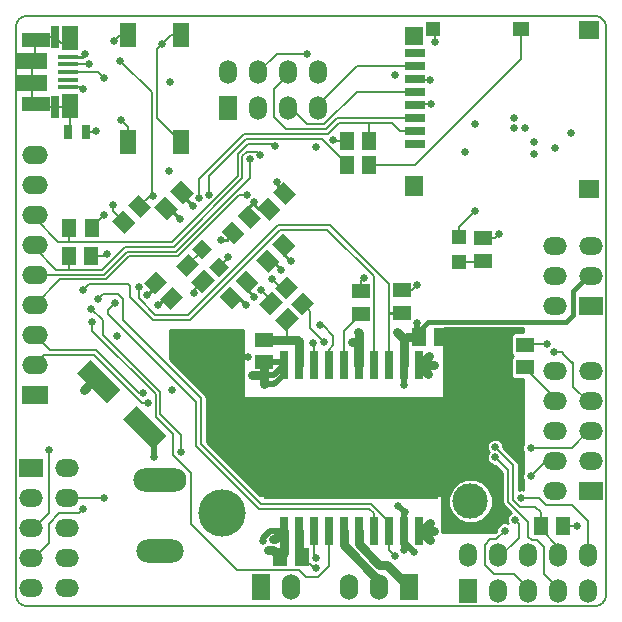
<source format=gtl>
%FSLAX34Y34*%
G04 Gerber Fmt 3.4, Leading zero omitted, Abs format*
G04 (created by PCBNEW (2013-11-08 BZR 4448)-product) date 2013-12-07T17:29:24 CET*
%MOIN*%
G01*
G70*
G90*
G04 APERTURE LIST*
%ADD10C,0.005906*%
%ADD11C,0.118110*%
%ADD12R,0.068900X0.015700*%
%ADD13R,0.098400X0.056100*%
%ADD14R,0.055100X0.078700*%
%ADD15R,0.096500X0.051200*%
%ADD16R,0.027600X0.071900*%
%ADD17R,0.055100X0.082700*%
%ADD18R,0.066100X0.031500*%
%ADD19R,0.059100X0.063000*%
%ADD20R,0.059100X0.066900*%
%ADD21R,0.066900X0.059100*%
%ADD22R,0.051200X0.050800*%
%ADD23R,0.055100X0.050800*%
%ADD24R,0.025000X0.045000*%
%ADD25R,0.047200X0.047200*%
%ADD26R,0.060000X0.086600*%
%ADD27O,0.060000X0.086600*%
%ADD28R,0.078700X0.060000*%
%ADD29O,0.078700X0.060000*%
%ADD30R,0.060000X0.078700*%
%ADD31O,0.060000X0.078700*%
%ADD32R,0.086600X0.060000*%
%ADD33O,0.086600X0.060000*%
%ADD34R,0.051200X0.059000*%
%ADD35R,0.059000X0.051200*%
%ADD36R,0.027559X0.094488*%
%ADD37R,0.696850X0.196850*%
%ADD38R,0.582677X0.338583*%
%ADD39C,0.157480*%
%ADD40O,0.157500X0.078700*%
%ADD41O,0.177200X0.078700*%
%ADD42C,0.025000*%
%ADD43C,0.020000*%
%ADD44C,0.015000*%
%ADD45C,0.030000*%
%ADD46C,0.008000*%
%ADD47C,0.010000*%
G04 APERTURE END LIST*
G54D10*
X42913Y-43307D02*
G75*
G03X43307Y-42913I0J393D01*
G74*
G01*
X23622Y-42913D02*
G75*
G03X24015Y-43307I393J0D01*
G74*
G01*
X24015Y-23622D02*
G75*
G03X23622Y-24015I0J-393D01*
G74*
G01*
X43307Y-24015D02*
G75*
G03X42913Y-23622I-393J0D01*
G74*
G01*
X23622Y-42913D02*
X23622Y-24015D01*
X42913Y-43307D02*
X24015Y-43307D01*
X43307Y-24015D02*
X43307Y-42913D01*
X24015Y-23622D02*
X42913Y-23622D01*
G54D11*
X38779Y-39803D03*
G54D12*
X25362Y-24988D03*
X25362Y-25244D03*
X25362Y-25500D03*
X25362Y-25756D03*
X25362Y-26012D03*
G54D13*
X24152Y-25121D03*
X24152Y-25879D03*
G54D14*
X25443Y-24358D03*
X25443Y-26642D03*
G54D15*
X24309Y-24427D03*
G54D16*
X24919Y-24324D03*
X24919Y-26676D03*
G54D15*
X24309Y-26573D03*
G54D17*
X29136Y-24259D03*
X29136Y-27841D03*
X27364Y-24259D03*
X27364Y-27841D03*
G54D18*
X36931Y-27892D03*
X36931Y-27459D03*
X36931Y-27026D03*
X36931Y-26593D03*
X36931Y-26159D03*
X36931Y-25726D03*
X36931Y-25293D03*
X36931Y-24860D03*
G54D19*
X36896Y-24305D03*
G54D20*
X36896Y-29289D03*
G54D21*
X42742Y-24093D03*
X42742Y-29407D03*
G54D22*
X37545Y-24051D03*
G54D23*
X40459Y-24051D03*
G54D24*
X25350Y-27500D03*
X25950Y-27500D03*
G54D25*
X38385Y-31830D03*
X38385Y-31004D03*
G54D10*
G36*
X29492Y-31400D02*
X29826Y-31067D01*
X30159Y-31400D01*
X29826Y-31734D01*
X29492Y-31400D01*
X29492Y-31400D01*
G37*
G36*
X30076Y-31984D02*
X30410Y-31651D01*
X30743Y-31984D01*
X30410Y-32318D01*
X30076Y-31984D01*
X30076Y-31984D01*
G37*
G54D26*
X36748Y-42677D03*
G54D27*
X35748Y-42677D03*
X34748Y-42677D03*
G54D28*
X24126Y-38708D03*
G54D29*
X25322Y-38708D03*
X24126Y-39708D03*
X25322Y-39708D03*
X24126Y-40708D03*
X25322Y-40708D03*
X24126Y-41708D03*
X25322Y-41708D03*
X24126Y-42708D03*
X25322Y-42708D03*
G54D30*
X38708Y-42802D03*
G54D31*
X38708Y-41606D03*
X39708Y-42802D03*
X39708Y-41606D03*
X40708Y-42802D03*
X40708Y-41606D03*
X41708Y-42802D03*
X41708Y-41606D03*
X42708Y-42802D03*
X42708Y-41606D03*
G54D28*
X42802Y-39480D03*
G54D29*
X41606Y-39480D03*
X42802Y-38480D03*
X41606Y-38480D03*
X42802Y-37480D03*
X41606Y-37480D03*
X42802Y-36480D03*
X41606Y-36480D03*
X42802Y-35480D03*
X41606Y-35480D03*
G54D26*
X31783Y-42677D03*
G54D27*
X32783Y-42677D03*
G54D30*
X30700Y-26698D03*
G54D31*
X30700Y-25502D03*
X31700Y-26698D03*
X31700Y-25502D03*
X32700Y-26698D03*
X32700Y-25502D03*
X33700Y-26698D03*
X33700Y-25502D03*
G54D32*
X24250Y-36250D03*
G54D33*
X24250Y-35250D03*
X24250Y-34250D03*
X24250Y-33250D03*
X24250Y-32250D03*
X24250Y-31250D03*
X24250Y-30250D03*
X24250Y-29250D03*
X24250Y-28250D03*
G54D28*
X42802Y-33283D03*
G54D29*
X41606Y-33283D03*
X42802Y-32283D03*
X41606Y-32283D03*
X42802Y-31283D03*
X41606Y-31283D03*
G54D10*
G36*
X31434Y-30715D02*
X31017Y-30297D01*
X31379Y-29935D01*
X31796Y-30352D01*
X31434Y-30715D01*
X31434Y-30715D01*
G37*
G36*
X30904Y-31245D02*
X30486Y-30828D01*
X30848Y-30466D01*
X31266Y-30883D01*
X30904Y-31245D01*
X30904Y-31245D01*
G37*
G36*
X32576Y-31659D02*
X32159Y-31242D01*
X32521Y-30880D01*
X32938Y-31297D01*
X32576Y-31659D01*
X32576Y-31659D01*
G37*
G36*
X32045Y-32190D02*
X31628Y-31773D01*
X31990Y-31410D01*
X32407Y-31828D01*
X32045Y-32190D01*
X32045Y-32190D01*
G37*
G36*
X31355Y-32880D02*
X30938Y-32463D01*
X31300Y-32101D01*
X31717Y-32518D01*
X31355Y-32880D01*
X31355Y-32880D01*
G37*
G36*
X30825Y-33410D02*
X30408Y-32993D01*
X30770Y-32631D01*
X31187Y-33048D01*
X30825Y-33410D01*
X30825Y-33410D01*
G37*
G36*
X28418Y-33068D02*
X28836Y-32651D01*
X29198Y-33013D01*
X28780Y-33430D01*
X28418Y-33068D01*
X28418Y-33068D01*
G37*
G36*
X27888Y-32538D02*
X28305Y-32120D01*
X28667Y-32482D01*
X28250Y-32900D01*
X27888Y-32538D01*
X27888Y-32538D01*
G37*
G36*
X29190Y-29888D02*
X28773Y-29471D01*
X29135Y-29108D01*
X29552Y-29526D01*
X29190Y-29888D01*
X29190Y-29888D01*
G37*
G36*
X28660Y-30418D02*
X28242Y-30001D01*
X28604Y-29639D01*
X29022Y-30056D01*
X28660Y-30418D01*
X28660Y-30418D01*
G37*
G36*
X32030Y-29678D02*
X32447Y-30095D01*
X32085Y-30457D01*
X31668Y-30040D01*
X32030Y-29678D01*
X32030Y-29678D01*
G37*
G36*
X32560Y-29148D02*
X32977Y-29565D01*
X32615Y-29927D01*
X32198Y-29510D01*
X32560Y-29148D01*
X32560Y-29148D01*
G37*
G36*
X27187Y-30111D02*
X27604Y-30528D01*
X27242Y-30891D01*
X26825Y-30473D01*
X27187Y-30111D01*
X27187Y-30111D01*
G37*
G36*
X27717Y-29581D02*
X28135Y-29998D01*
X27773Y-30360D01*
X27355Y-29943D01*
X27717Y-29581D01*
X27717Y-29581D01*
G37*
G54D34*
X37065Y-34330D03*
X37815Y-34330D03*
G54D35*
X35118Y-33563D03*
X35118Y-32813D03*
G54D34*
X34664Y-28582D03*
X35414Y-28582D03*
X25412Y-30708D03*
X26162Y-30708D03*
X26142Y-31633D03*
X25392Y-31633D03*
X34664Y-27795D03*
X35414Y-27795D03*
G54D35*
X39212Y-31042D03*
X39212Y-31792D03*
G54D10*
G36*
X29481Y-32497D02*
X29899Y-32080D01*
X30261Y-32442D01*
X29843Y-32859D01*
X29481Y-32497D01*
X29481Y-32497D01*
G37*
G36*
X28951Y-31967D02*
X29368Y-31549D01*
X29730Y-31911D01*
X29313Y-32329D01*
X28951Y-31967D01*
X28951Y-31967D01*
G37*
G54D34*
X33170Y-41653D03*
X32420Y-41653D03*
G54D35*
X31889Y-34428D03*
X31889Y-35178D03*
G54D34*
X41121Y-40629D03*
X41871Y-40629D03*
G54D35*
X40590Y-35335D03*
X40590Y-34585D03*
X36496Y-32774D03*
X36496Y-33524D03*
G54D36*
X32553Y-40787D03*
X33053Y-40787D03*
X33553Y-40787D03*
X34053Y-40787D03*
X34553Y-40787D03*
X35053Y-40787D03*
X35553Y-40787D03*
X36053Y-40787D03*
X36553Y-40787D03*
X37053Y-40787D03*
X37053Y-35275D03*
X36553Y-35275D03*
X36053Y-35275D03*
X35553Y-35275D03*
X35053Y-35275D03*
X34553Y-35275D03*
X34053Y-35275D03*
X33553Y-35275D03*
X33053Y-35275D03*
X32553Y-35275D03*
G54D37*
X34803Y-38031D03*
G54D38*
X34803Y-38031D03*
G54D10*
G36*
X27207Y-37062D02*
X27652Y-36616D01*
X28654Y-37618D01*
X28209Y-38064D01*
X27207Y-37062D01*
X27207Y-37062D01*
G37*
G36*
X25675Y-35530D02*
X26121Y-35085D01*
X27123Y-36087D01*
X26677Y-36532D01*
X25675Y-35530D01*
X25675Y-35530D01*
G37*
G54D39*
X30512Y-40196D03*
G54D40*
X28425Y-41476D03*
G54D41*
X28425Y-39113D03*
G54D10*
G36*
X32788Y-33245D02*
X33206Y-32828D01*
X33568Y-33190D01*
X33150Y-33607D01*
X32788Y-33245D01*
X32788Y-33245D01*
G37*
G36*
X32258Y-32715D02*
X32675Y-32297D01*
X33037Y-32660D01*
X32620Y-33077D01*
X32258Y-32715D01*
X32258Y-32715D01*
G37*
G36*
X32277Y-33757D02*
X32694Y-33340D01*
X33056Y-33702D01*
X32639Y-34119D01*
X32277Y-33757D01*
X32277Y-33757D01*
G37*
G36*
X31746Y-33226D02*
X32163Y-32809D01*
X32526Y-33171D01*
X32108Y-33589D01*
X31746Y-33226D01*
X31746Y-33226D01*
G37*
G54D42*
X36574Y-35925D03*
X37007Y-33858D03*
X36377Y-39960D03*
X36889Y-41496D03*
X36614Y-40157D03*
X28228Y-38346D03*
X36574Y-41417D03*
X36338Y-34173D03*
X39724Y-30905D03*
X34212Y-27755D03*
X26574Y-30275D03*
X26653Y-31574D03*
X42322Y-40629D03*
X41338Y-34566D03*
X28838Y-36102D03*
X28779Y-25826D03*
X36259Y-25590D03*
X37480Y-26574D03*
X40236Y-27362D03*
X40590Y-27362D03*
X40236Y-27047D03*
X32795Y-31811D03*
X31574Y-32992D03*
X29527Y-29960D03*
X28366Y-33267D03*
X31574Y-29842D03*
X39606Y-37992D03*
X26574Y-39685D03*
X40275Y-40433D03*
X40787Y-38976D03*
X40472Y-39685D03*
X26377Y-33070D03*
X36259Y-41633D03*
X26141Y-33385D03*
X29133Y-38149D03*
X33641Y-41692D03*
X27716Y-32677D03*
X26929Y-33208D03*
X26181Y-33838D03*
X25866Y-32755D03*
X34823Y-34488D03*
X35039Y-34488D03*
X35039Y-34173D03*
X32165Y-32401D03*
X33622Y-42047D03*
X33897Y-34488D03*
X31811Y-32755D03*
X24724Y-38110D03*
X39921Y-40787D03*
X40787Y-38031D03*
X33346Y-24881D03*
X28208Y-29625D03*
X27106Y-25118D03*
X30059Y-29586D03*
X29724Y-29685D03*
X32263Y-27972D03*
X31318Y-29606D03*
X31437Y-28405D03*
X31751Y-28248D03*
X28031Y-36535D03*
X27874Y-36181D03*
X25944Y-24881D03*
X26062Y-25236D03*
X26574Y-25708D03*
X29566Y-32874D03*
X33543Y-34527D03*
X33779Y-33937D03*
X25866Y-40078D03*
X39606Y-38346D03*
X41574Y-34842D03*
X38937Y-30118D03*
X31850Y-41122D03*
X31889Y-35590D03*
X31889Y-35905D03*
X32204Y-41062D03*
X26889Y-24468D03*
X28740Y-28799D03*
X31377Y-35000D03*
X31496Y-35590D03*
X31102Y-36023D03*
X31102Y-36417D03*
X31102Y-36811D03*
X31102Y-37598D03*
X31102Y-37204D03*
X30708Y-37598D03*
X30708Y-36811D03*
X30708Y-36417D03*
X30708Y-37204D03*
X30708Y-37992D03*
X33622Y-27992D03*
X25885Y-36102D03*
X27007Y-34291D03*
X30708Y-31653D03*
X30452Y-31082D03*
X25866Y-26062D03*
X26299Y-27480D03*
X27125Y-27086D03*
X31102Y-38779D03*
X30708Y-38385D03*
X31102Y-38385D03*
X32027Y-41417D03*
X37440Y-41082D03*
X39074Y-38877D03*
X38681Y-38779D03*
X38681Y-36023D03*
X37559Y-35275D03*
X38228Y-34330D03*
X35236Y-32362D03*
X37007Y-32598D03*
X37598Y-24488D03*
X37440Y-25748D03*
X38937Y-27244D03*
X40905Y-27834D03*
X38582Y-28149D03*
X40905Y-28228D03*
X41614Y-28031D03*
X42125Y-27519D03*
X38287Y-36023D03*
X38681Y-36417D03*
X38287Y-36417D03*
X38681Y-36811D03*
X38287Y-36811D03*
X38681Y-38385D03*
X38287Y-38779D03*
X38681Y-37992D03*
X38681Y-37204D03*
X38681Y-37598D03*
X30413Y-37401D03*
X30413Y-37795D03*
X30413Y-37007D03*
X31122Y-38011D03*
X37421Y-40531D03*
X37559Y-40787D03*
X37362Y-35551D03*
X37401Y-34960D03*
X26850Y-29921D03*
X32480Y-32086D03*
X31299Y-33267D03*
X29094Y-30393D03*
X28011Y-32933D03*
X32322Y-29173D03*
X28484Y-24566D03*
G54D43*
X36553Y-35275D02*
X36553Y-35903D01*
X36553Y-35903D02*
X36574Y-35925D01*
X37065Y-34330D02*
X37007Y-34272D01*
X37007Y-34272D02*
X37007Y-33858D01*
X36553Y-40787D02*
X36553Y-40135D01*
X36553Y-40135D02*
X36377Y-39960D01*
X36553Y-40787D02*
X36553Y-41159D01*
X36553Y-41159D02*
X36889Y-41496D01*
X36553Y-40787D02*
X36553Y-40218D01*
X36553Y-40218D02*
X36614Y-40157D01*
X28228Y-37637D02*
X28228Y-38346D01*
X27931Y-37340D02*
X28228Y-37637D01*
X36553Y-41395D02*
X36553Y-40787D01*
X36574Y-41417D02*
X36553Y-41395D01*
G54D44*
X37065Y-34330D02*
X37065Y-34115D01*
X42204Y-32783D02*
X42704Y-32283D01*
X42204Y-33582D02*
X42204Y-32783D01*
X41968Y-33818D02*
X42204Y-33582D01*
X37362Y-33818D02*
X41968Y-33818D01*
X37065Y-34115D02*
X37362Y-33818D01*
G54D45*
X36553Y-34431D02*
X36553Y-34387D01*
X36553Y-34387D02*
X36338Y-34173D01*
X36553Y-35275D02*
X36553Y-34431D01*
X36653Y-34330D02*
X37065Y-34330D01*
X36553Y-34431D02*
X36653Y-34330D01*
G54D46*
X39587Y-31042D02*
X39724Y-30905D01*
X39212Y-31042D02*
X39587Y-31042D01*
X34251Y-27795D02*
X34212Y-27755D01*
X34251Y-27795D02*
X34664Y-27795D01*
X26162Y-30708D02*
X26162Y-30687D01*
X26162Y-30687D02*
X26574Y-30275D01*
X26142Y-31633D02*
X26594Y-31633D01*
X26594Y-31633D02*
X26653Y-31574D01*
X41871Y-40629D02*
X42322Y-40629D01*
X40609Y-34566D02*
X41338Y-34566D01*
X40609Y-34566D02*
X40590Y-34585D01*
X36949Y-26574D02*
X36931Y-26593D01*
X37480Y-26574D02*
X36949Y-26574D01*
G54D47*
X32795Y-31811D02*
X32548Y-31564D01*
X32548Y-31564D02*
X32548Y-31270D01*
X31574Y-32992D02*
X31328Y-32745D01*
X31328Y-32745D02*
X31328Y-32490D01*
X31574Y-29842D02*
X31406Y-30010D01*
X31406Y-30010D02*
X31406Y-30325D01*
X29527Y-29960D02*
X29162Y-29595D01*
X29162Y-29595D02*
X29162Y-29498D01*
X28366Y-33267D02*
X28593Y-33040D01*
X28593Y-33040D02*
X28808Y-33040D01*
X31574Y-29921D02*
X31721Y-30068D01*
X31721Y-30068D02*
X32057Y-30068D01*
X31574Y-29921D02*
X31574Y-29921D01*
X31574Y-29842D02*
X31574Y-29921D01*
G54D46*
X40944Y-40000D02*
X41121Y-40176D01*
X41121Y-40176D02*
X41121Y-40629D01*
X39606Y-37992D02*
X40196Y-38582D01*
X40196Y-38582D02*
X40196Y-39763D01*
X40196Y-39763D02*
X40433Y-40000D01*
X40433Y-40000D02*
X40944Y-40000D01*
X41121Y-40629D02*
X41121Y-40727D01*
X41708Y-41314D02*
X41708Y-41704D01*
X41121Y-40727D02*
X41708Y-41314D01*
X40590Y-35335D02*
X40590Y-35366D01*
X40590Y-35366D02*
X41704Y-36480D01*
X26551Y-39708D02*
X25224Y-39708D01*
X26574Y-39685D02*
X26551Y-39708D01*
X40275Y-40433D02*
X40393Y-40551D01*
X40393Y-41019D02*
X39708Y-41704D01*
X40393Y-40551D02*
X40393Y-41019D01*
X41283Y-38480D02*
X41704Y-38480D01*
X40787Y-38976D02*
X41283Y-38480D01*
X41299Y-39921D02*
X41062Y-39685D01*
X41062Y-39685D02*
X40472Y-39685D01*
X42708Y-41704D02*
X42708Y-40464D01*
X42165Y-39921D02*
X41299Y-39921D01*
X42708Y-40464D02*
X42165Y-39921D01*
X29803Y-37913D02*
X31791Y-39901D01*
X29803Y-36377D02*
X29803Y-37913D01*
X27204Y-33779D02*
X29803Y-36377D01*
X27204Y-33070D02*
X27204Y-33779D01*
X27047Y-32913D02*
X27204Y-33070D01*
X26535Y-32913D02*
X27047Y-32913D01*
X26377Y-33070D02*
X26535Y-32913D01*
X36053Y-40787D02*
X36053Y-40482D01*
X36053Y-40482D02*
X35472Y-39901D01*
X35472Y-39901D02*
X31791Y-39901D01*
X36053Y-41427D02*
X36053Y-40787D01*
X36259Y-41633D02*
X36053Y-41427D01*
X26141Y-33385D02*
X26535Y-33779D01*
X26535Y-33779D02*
X26535Y-34251D01*
X26535Y-34251D02*
X26535Y-34261D01*
X26535Y-34261D02*
X28447Y-36173D01*
X28447Y-36173D02*
X28447Y-36911D01*
X28447Y-36911D02*
X29133Y-37598D01*
X29133Y-37598D02*
X29133Y-38149D01*
X33553Y-40787D02*
X33553Y-41604D01*
X33553Y-41604D02*
X33641Y-41692D01*
X29380Y-33582D02*
X32374Y-30588D01*
X36053Y-32559D02*
X36053Y-33524D01*
X34082Y-30588D02*
X36053Y-32559D01*
X32374Y-30588D02*
X34082Y-30588D01*
X29380Y-33582D02*
X28267Y-33582D01*
G54D47*
X36496Y-33524D02*
X36053Y-33524D01*
X36062Y-33543D02*
X36053Y-33543D01*
X36053Y-33524D02*
X36062Y-33534D01*
X36062Y-33534D02*
X36062Y-33543D01*
G54D46*
X36053Y-33543D02*
X36053Y-35275D01*
X27716Y-33031D02*
X28267Y-33582D01*
X27716Y-32677D02*
X27716Y-33031D01*
X29625Y-37962D02*
X31725Y-40061D01*
X29625Y-36496D02*
X29625Y-37962D01*
X26692Y-33562D02*
X29625Y-36496D01*
X26692Y-33444D02*
X26692Y-33562D01*
X26929Y-33208D02*
X26692Y-33444D01*
X35553Y-40787D02*
X35553Y-40208D01*
X35406Y-40061D02*
X31725Y-40061D01*
X35553Y-40208D02*
X35406Y-40061D01*
X34053Y-40787D02*
X34053Y-41970D01*
X34053Y-41970D02*
X33700Y-42322D01*
X33307Y-42322D02*
X33070Y-42086D01*
X33700Y-42322D02*
X33307Y-42322D01*
X30984Y-42086D02*
X33070Y-42086D01*
X26181Y-33838D02*
X26181Y-34133D01*
X26181Y-34133D02*
X28287Y-36240D01*
X28287Y-36240D02*
X28287Y-37007D01*
X28287Y-37007D02*
X28858Y-37578D01*
X28858Y-37578D02*
X28858Y-38267D01*
X28858Y-38267D02*
X29468Y-38877D01*
X29468Y-38877D02*
X29468Y-40570D01*
X29468Y-40570D02*
X30984Y-42086D01*
X29436Y-33752D02*
X32440Y-30748D01*
X35553Y-32285D02*
X35553Y-35275D01*
X34015Y-30748D02*
X35553Y-32285D01*
X32440Y-30748D02*
X34015Y-30748D01*
X29436Y-33752D02*
X28197Y-33752D01*
X25866Y-32755D02*
X26052Y-32570D01*
X27440Y-32996D02*
X28197Y-33752D01*
X27440Y-32637D02*
X27440Y-32996D01*
X27373Y-32570D02*
X27440Y-32637D01*
X26052Y-32570D02*
X27373Y-32570D01*
G54D45*
X35053Y-40787D02*
X35053Y-41234D01*
X36000Y-41929D02*
X36748Y-42677D01*
X35748Y-41929D02*
X36000Y-41929D01*
X35053Y-41234D02*
X35748Y-41929D01*
X34553Y-40787D02*
X34553Y-41271D01*
X35748Y-42466D02*
X35748Y-42677D01*
X34553Y-41271D02*
X35748Y-42466D01*
X35039Y-34488D02*
X34823Y-34488D01*
X35053Y-35275D02*
X35039Y-35261D01*
X35039Y-35261D02*
X35039Y-34488D01*
X35053Y-35275D02*
X35053Y-34187D01*
X35053Y-34187D02*
X35039Y-34173D01*
G54D46*
X32165Y-32401D02*
X32451Y-32687D01*
X32451Y-32687D02*
X32648Y-32687D01*
X33563Y-42047D02*
X33170Y-41653D01*
X33622Y-42047D02*
X33563Y-42047D01*
X33178Y-33217D02*
X33425Y-33464D01*
X33425Y-34015D02*
X33897Y-34488D01*
X33425Y-33464D02*
X33425Y-34015D01*
G54D45*
X33053Y-40787D02*
X33053Y-41536D01*
X33053Y-41536D02*
X33170Y-41653D01*
G54D46*
X31811Y-32755D02*
X32136Y-33081D01*
X32136Y-33081D02*
X32136Y-33199D01*
X32666Y-33729D02*
X32666Y-34428D01*
X32677Y-34330D02*
X32677Y-34428D01*
X32677Y-34417D02*
X32677Y-34330D01*
X32666Y-34428D02*
X32677Y-34417D01*
G54D45*
X33053Y-35275D02*
X33053Y-34466D01*
X33014Y-34428D02*
X32677Y-34428D01*
X32677Y-34428D02*
X31889Y-34428D01*
X33053Y-34466D02*
X33014Y-34428D01*
G54D46*
X24724Y-40208D02*
X24224Y-40708D01*
X24724Y-38110D02*
X24724Y-40208D01*
X39448Y-41062D02*
X39251Y-41259D01*
X39645Y-41062D02*
X39448Y-41062D01*
X39921Y-40787D02*
X39645Y-41062D01*
X40248Y-42244D02*
X40708Y-42704D01*
X39251Y-41259D02*
X39251Y-41929D01*
X39251Y-41929D02*
X39566Y-42244D01*
X39566Y-42244D02*
X40248Y-42244D01*
X42153Y-38031D02*
X42704Y-37480D01*
X40787Y-38031D02*
X42153Y-38031D01*
X31700Y-25600D02*
X31700Y-25504D01*
X31700Y-25504D02*
X32322Y-24881D01*
X32322Y-24881D02*
X33346Y-24881D01*
X28208Y-29625D02*
X28090Y-29625D01*
X28090Y-29625D02*
X27745Y-29971D01*
X28166Y-29271D02*
X28166Y-29584D01*
X28166Y-29584D02*
X28208Y-29625D01*
X28166Y-26178D02*
X28166Y-29271D01*
X27106Y-25118D02*
X28166Y-26178D01*
X35414Y-28582D02*
X36929Y-28582D01*
X40459Y-25052D02*
X40459Y-24051D01*
X36929Y-28582D02*
X40459Y-25052D01*
X30059Y-29586D02*
X30059Y-28956D01*
X31289Y-27726D02*
X33828Y-27726D01*
X30059Y-28956D02*
X31289Y-27726D01*
X34664Y-28562D02*
X34664Y-28582D01*
X33828Y-27726D02*
X34664Y-28562D01*
X29724Y-29685D02*
X29724Y-29065D01*
X31225Y-27564D02*
X33963Y-27564D01*
X29724Y-29065D02*
X31225Y-27564D01*
X34030Y-27564D02*
X33963Y-27564D01*
X34408Y-27186D02*
X35413Y-27186D01*
X34030Y-27564D02*
X34408Y-27186D01*
X35414Y-27795D02*
X35414Y-27186D01*
X35413Y-27186D02*
X35413Y-27186D01*
X35414Y-27186D02*
X35413Y-27186D01*
X36435Y-27459D02*
X36931Y-27459D01*
X36162Y-27186D02*
X36435Y-27459D01*
X35413Y-27186D02*
X36162Y-27186D01*
X32700Y-26600D02*
X33344Y-27244D01*
X33344Y-27244D02*
X33897Y-27244D01*
X33897Y-27244D02*
X34982Y-26159D01*
X34982Y-26159D02*
X36931Y-26159D01*
X33700Y-26600D02*
X35007Y-25293D01*
X35007Y-25293D02*
X36931Y-25293D01*
X32700Y-25600D02*
X32244Y-26055D01*
X34342Y-27026D02*
X36931Y-27026D01*
X33963Y-27404D02*
X34342Y-27026D01*
X32640Y-27404D02*
X33963Y-27404D01*
X32244Y-27007D02*
X32640Y-27404D01*
X32244Y-26055D02*
X32244Y-27007D01*
X31021Y-28976D02*
X31021Y-28221D01*
X31021Y-28221D02*
X31355Y-27886D01*
X31021Y-28976D02*
X31021Y-28978D01*
X28838Y-31161D02*
X25412Y-31161D01*
X31021Y-28978D02*
X28838Y-31161D01*
X25412Y-30708D02*
X25412Y-31161D01*
X25393Y-31141D02*
X25393Y-31161D01*
X25412Y-31161D02*
X25393Y-31142D01*
X25393Y-31142D02*
X25393Y-31141D01*
X32263Y-27972D02*
X32177Y-27886D01*
X24250Y-30372D02*
X24250Y-30250D01*
X25039Y-31161D02*
X24250Y-30372D01*
X25393Y-31161D02*
X25039Y-31161D01*
X31355Y-27886D02*
X31021Y-28221D01*
X32177Y-27886D02*
X31355Y-27886D01*
X31318Y-29606D02*
X31072Y-29606D01*
X26644Y-32410D02*
X25089Y-32410D01*
X27413Y-31641D02*
X26644Y-32410D01*
X29037Y-31641D02*
X27413Y-31641D01*
X31072Y-29606D02*
X29037Y-31641D01*
X25089Y-32410D02*
X24250Y-33250D01*
X31437Y-28405D02*
X31437Y-29015D01*
X26578Y-32250D02*
X24250Y-32250D01*
X27347Y-31481D02*
X26578Y-32250D01*
X28971Y-31481D02*
X27347Y-31481D01*
X31437Y-29015D02*
X28971Y-31481D01*
X31181Y-28287D02*
X31181Y-29045D01*
X27280Y-31321D02*
X26512Y-32089D01*
X28904Y-31321D02*
X27280Y-31321D01*
X31181Y-29045D02*
X28904Y-31321D01*
X31318Y-28149D02*
X31181Y-28287D01*
X31653Y-28149D02*
X31318Y-28149D01*
X31751Y-28248D02*
X31653Y-28149D01*
X25392Y-31633D02*
X25392Y-32089D01*
X25392Y-32089D02*
X25393Y-32089D01*
X25393Y-32089D02*
X25393Y-32066D01*
X25393Y-32066D02*
X25393Y-32089D01*
X24250Y-31375D02*
X24250Y-31250D01*
X24964Y-32089D02*
X24250Y-31375D01*
X26512Y-32089D02*
X25393Y-32089D01*
X25393Y-32089D02*
X24964Y-32089D01*
X24250Y-35250D02*
X24578Y-34921D01*
X24578Y-34921D02*
X26220Y-34921D01*
X26220Y-34921D02*
X27834Y-36535D01*
X27834Y-36535D02*
X28031Y-36535D01*
X24761Y-34761D02*
X24250Y-34250D01*
X26296Y-34761D02*
X24761Y-34761D01*
X27716Y-36181D02*
X26296Y-34761D01*
X27874Y-36181D02*
X27716Y-36181D01*
G54D47*
X25362Y-24988D02*
X25838Y-24988D01*
X25838Y-24988D02*
X25944Y-24881D01*
G54D46*
X26062Y-25236D02*
X25369Y-25236D01*
X25369Y-25236D02*
X25362Y-25244D01*
X26574Y-25708D02*
X26366Y-25500D01*
X26366Y-25500D02*
X25362Y-25500D01*
X29566Y-32774D02*
X29871Y-32469D01*
X29566Y-32874D02*
X29566Y-32774D01*
X33553Y-35275D02*
X33553Y-34537D01*
X33553Y-34537D02*
X33543Y-34527D01*
X33779Y-33937D02*
X33858Y-33937D01*
X34053Y-34765D02*
X34053Y-35275D01*
X34212Y-34606D02*
X34053Y-34765D01*
X34212Y-34291D02*
X34212Y-34606D01*
X33858Y-33937D02*
X34212Y-34291D01*
X35118Y-33563D02*
X34553Y-34128D01*
X34553Y-34128D02*
X34553Y-35275D01*
X24224Y-41708D02*
X24724Y-41208D01*
X25748Y-40196D02*
X25866Y-40078D01*
X25078Y-40196D02*
X25748Y-40196D01*
X24724Y-40551D02*
X25078Y-40196D01*
X24724Y-41208D02*
X24724Y-40551D01*
X40708Y-40501D02*
X40708Y-40984D01*
X40036Y-39830D02*
X40708Y-40501D01*
X40036Y-38777D02*
X40036Y-39830D01*
X39606Y-38346D02*
X40036Y-38777D01*
X40708Y-40984D02*
X40826Y-41102D01*
X40826Y-41102D02*
X40984Y-41102D01*
X40984Y-41102D02*
X41220Y-41338D01*
X41220Y-41338D02*
X41220Y-42216D01*
X41220Y-42216D02*
X41708Y-42704D01*
X42165Y-35196D02*
X42165Y-35157D01*
X42165Y-35157D02*
X42208Y-35200D01*
X42704Y-36480D02*
X42208Y-35984D01*
X42208Y-35200D02*
X42208Y-35984D01*
X41574Y-34842D02*
X41850Y-34842D01*
X41850Y-34842D02*
X41850Y-34881D01*
X41850Y-34881D02*
X42165Y-35196D01*
X38385Y-31004D02*
X38385Y-30669D01*
X38385Y-30669D02*
X38937Y-30118D01*
G54D43*
X31850Y-41043D02*
X31850Y-41122D01*
X32106Y-40787D02*
X31850Y-41043D01*
X32553Y-40787D02*
X32106Y-40787D01*
X32553Y-35275D02*
X32238Y-35590D01*
X32238Y-35590D02*
X31889Y-35590D01*
X32244Y-35905D02*
X32553Y-35596D01*
X32244Y-35905D02*
X31889Y-35905D01*
G54D45*
X31889Y-35590D02*
X31889Y-35905D01*
G54D43*
X32553Y-35596D02*
X32553Y-35275D01*
G54D45*
X32277Y-41062D02*
X32204Y-41062D01*
X32277Y-41062D02*
X32553Y-40787D01*
G54D46*
X27364Y-24259D02*
X27099Y-24259D01*
X27099Y-24259D02*
X26889Y-24468D01*
G54D45*
X31889Y-35590D02*
X31496Y-35590D01*
G54D46*
X31102Y-36023D02*
X31102Y-36417D01*
G54D45*
X31889Y-35590D02*
X31889Y-35178D01*
G54D43*
X32553Y-35275D02*
X32455Y-35178D01*
X32455Y-35178D02*
X31889Y-35178D01*
G54D46*
X31102Y-36417D02*
X31102Y-36811D01*
X31102Y-37204D02*
X31102Y-37598D01*
X31102Y-37598D02*
X31102Y-38031D01*
X31102Y-36811D02*
X31102Y-37204D01*
X30708Y-37992D02*
X30708Y-37598D01*
X30708Y-37204D02*
X30708Y-36811D01*
X30708Y-36417D02*
X31102Y-36417D01*
X30708Y-36811D02*
X30708Y-36417D01*
X30708Y-37598D02*
X30708Y-37204D01*
G54D45*
X26179Y-35809D02*
X25885Y-36102D01*
X26179Y-35809D02*
X26399Y-35809D01*
G54D46*
X30708Y-31686D02*
X30708Y-31653D01*
X30708Y-31686D02*
X30410Y-31984D01*
G54D47*
X30649Y-31082D02*
X30452Y-31082D01*
X30649Y-31082D02*
X30876Y-30855D01*
G54D46*
X25815Y-26012D02*
X25362Y-26012D01*
X25866Y-26062D02*
X25815Y-26012D01*
X26279Y-27500D02*
X25950Y-27500D01*
X26299Y-27480D02*
X26279Y-27500D01*
X27364Y-27324D02*
X27364Y-27841D01*
X27125Y-27086D02*
X27364Y-27324D01*
X31102Y-38385D02*
X30708Y-38385D01*
X30708Y-37992D02*
X30708Y-38385D01*
X31102Y-38779D02*
X31102Y-38385D01*
G54D45*
X32184Y-41417D02*
X32027Y-41417D01*
X32184Y-41417D02*
X32420Y-41653D01*
X37145Y-40787D02*
X37440Y-41082D01*
X37145Y-40787D02*
X37053Y-40787D01*
G54D46*
X38976Y-38779D02*
X39074Y-38877D01*
X38681Y-38779D02*
X38976Y-38779D01*
G54D45*
X37559Y-35275D02*
X37053Y-35275D01*
X38228Y-34330D02*
X37815Y-34330D01*
G54D46*
X35118Y-32480D02*
X35236Y-32362D01*
X35118Y-32480D02*
X35118Y-32813D01*
X36831Y-32774D02*
X37007Y-32598D01*
X36831Y-32774D02*
X36496Y-32774D01*
X37598Y-24104D02*
X37545Y-24051D01*
X37598Y-24488D02*
X37598Y-24104D01*
X36953Y-25748D02*
X36931Y-25726D01*
X37440Y-25748D02*
X36953Y-25748D01*
X38287Y-36023D02*
X38681Y-36023D01*
X38681Y-36023D02*
X38681Y-36417D01*
X38681Y-36417D02*
X38287Y-36417D01*
X38681Y-36811D02*
X38287Y-36811D01*
X38681Y-38779D02*
X38287Y-38779D01*
X38681Y-38385D02*
X38681Y-37992D01*
X38681Y-37598D02*
X38681Y-37204D01*
X38681Y-36811D02*
X38681Y-36417D01*
X38681Y-37204D02*
X38681Y-36811D01*
X38681Y-37992D02*
X38681Y-37598D01*
X38681Y-38779D02*
X38681Y-38385D01*
X30413Y-37007D02*
X30413Y-37401D01*
X30708Y-37992D02*
X30610Y-37992D01*
X30610Y-37992D02*
X30413Y-37795D01*
X30413Y-37401D02*
X30413Y-37795D01*
G54D45*
X34803Y-38031D02*
X31102Y-38031D01*
X31102Y-38031D02*
X31141Y-38031D01*
X31141Y-38031D02*
X31122Y-38011D01*
X37165Y-40787D02*
X37053Y-40787D01*
X37165Y-40787D02*
X37421Y-40531D01*
X37053Y-40787D02*
X37559Y-40787D01*
X32420Y-41653D02*
X32553Y-41520D01*
X32553Y-41520D02*
X32553Y-40787D01*
X37053Y-35275D02*
X37086Y-35275D01*
X37086Y-35275D02*
X37362Y-35551D01*
X37086Y-35275D02*
X37401Y-34960D01*
G54D46*
X26850Y-29921D02*
X26850Y-30136D01*
X26850Y-30136D02*
X27215Y-30501D01*
G54D47*
X32480Y-32086D02*
X32194Y-31800D01*
X32194Y-31800D02*
X32018Y-31800D01*
X31299Y-33267D02*
X31052Y-33021D01*
X31052Y-33021D02*
X30797Y-33021D01*
X29094Y-30393D02*
X28729Y-30028D01*
X28729Y-30028D02*
X28632Y-30028D01*
X28011Y-32933D02*
X28278Y-32666D01*
X28278Y-32666D02*
X28278Y-32510D01*
X32322Y-29173D02*
X32322Y-29272D01*
X32322Y-29272D02*
X32587Y-29537D01*
G54D46*
X28484Y-24566D02*
X28326Y-24724D01*
X28326Y-27031D02*
X29136Y-27841D01*
X28326Y-24724D02*
X28326Y-27031D01*
X28792Y-24259D02*
X29136Y-24259D01*
X28484Y-24566D02*
X28792Y-24259D01*
X38385Y-31830D02*
X39174Y-31830D01*
X39174Y-31830D02*
X39212Y-31792D01*
X29341Y-31939D02*
X29826Y-31454D01*
X29826Y-31454D02*
X29826Y-31400D01*
X24919Y-26676D02*
X24353Y-26676D01*
X24353Y-26676D02*
X24250Y-26573D01*
X24919Y-26676D02*
X25222Y-26676D01*
X25222Y-26676D02*
X25443Y-26455D01*
X24919Y-24324D02*
X25140Y-24545D01*
X25140Y-24545D02*
X25443Y-24545D01*
X24250Y-24427D02*
X24353Y-24324D01*
X24353Y-24324D02*
X24919Y-24324D01*
X24152Y-25121D02*
X24250Y-25023D01*
X24250Y-25023D02*
X24250Y-24427D01*
X24152Y-25879D02*
X24152Y-25121D01*
X24250Y-26573D02*
X24152Y-26475D01*
X24152Y-26475D02*
X24152Y-25879D01*
X25350Y-27500D02*
X25443Y-27407D01*
X25443Y-27407D02*
X25443Y-26455D01*
G54D10*
G36*
X40540Y-39415D02*
X40527Y-39410D01*
X40417Y-39409D01*
X40386Y-39422D01*
X40386Y-38582D01*
X40372Y-38509D01*
X40331Y-38448D01*
X40331Y-38448D01*
X39881Y-37998D01*
X39881Y-37937D01*
X39839Y-37836D01*
X39762Y-37759D01*
X39661Y-37717D01*
X39551Y-37717D01*
X39450Y-37758D01*
X39373Y-37836D01*
X39331Y-37937D01*
X39331Y-38046D01*
X39373Y-38147D01*
X39394Y-38169D01*
X39373Y-38190D01*
X39331Y-38291D01*
X39331Y-38400D01*
X39373Y-38502D01*
X39450Y-38579D01*
X39551Y-38621D01*
X39612Y-38621D01*
X39846Y-38855D01*
X39846Y-39830D01*
X39861Y-39902D01*
X39902Y-39964D01*
X40132Y-40194D01*
X40120Y-40199D01*
X40042Y-40277D01*
X40000Y-40378D01*
X40000Y-40487D01*
X40018Y-40529D01*
X39976Y-40512D01*
X39866Y-40512D01*
X39765Y-40554D01*
X39688Y-40631D01*
X39646Y-40732D01*
X39646Y-40793D01*
X39623Y-40816D01*
X39520Y-40816D01*
X39520Y-39656D01*
X39407Y-39384D01*
X39199Y-39175D01*
X38927Y-39062D01*
X38632Y-39062D01*
X38360Y-39174D01*
X38152Y-39383D01*
X38039Y-39655D01*
X38038Y-39949D01*
X38151Y-40222D01*
X38359Y-40430D01*
X38631Y-40543D01*
X38926Y-40543D01*
X39198Y-40431D01*
X39406Y-40223D01*
X39519Y-39951D01*
X39520Y-39656D01*
X39520Y-40816D01*
X37845Y-40816D01*
X37845Y-39595D01*
X31754Y-39595D01*
X29993Y-37834D01*
X29993Y-36377D01*
X29993Y-36377D01*
X29993Y-36377D01*
X29978Y-36305D01*
X29937Y-36243D01*
X29937Y-36243D01*
X29937Y-36243D01*
X28750Y-35056D01*
X28750Y-34105D01*
X31209Y-34105D01*
X31209Y-36349D01*
X37884Y-36349D01*
X37884Y-34043D01*
X40540Y-34043D01*
X40540Y-34179D01*
X40265Y-34179D01*
X40210Y-34202D01*
X40168Y-34244D01*
X40145Y-34299D01*
X40145Y-34359D01*
X40145Y-34871D01*
X40168Y-34926D01*
X40202Y-34960D01*
X40168Y-34994D01*
X40145Y-35049D01*
X40145Y-35109D01*
X40145Y-35621D01*
X40168Y-35676D01*
X40210Y-35718D01*
X40265Y-35741D01*
X40325Y-35741D01*
X40540Y-35741D01*
X40540Y-37908D01*
X40512Y-37976D01*
X40512Y-38085D01*
X40540Y-38154D01*
X40540Y-38853D01*
X40512Y-38921D01*
X40512Y-39030D01*
X40540Y-39099D01*
X40540Y-39415D01*
X40540Y-39415D01*
G37*
G54D47*
X40540Y-39415D02*
X40527Y-39410D01*
X40417Y-39409D01*
X40386Y-39422D01*
X40386Y-38582D01*
X40372Y-38509D01*
X40331Y-38448D01*
X40331Y-38448D01*
X39881Y-37998D01*
X39881Y-37937D01*
X39839Y-37836D01*
X39762Y-37759D01*
X39661Y-37717D01*
X39551Y-37717D01*
X39450Y-37758D01*
X39373Y-37836D01*
X39331Y-37937D01*
X39331Y-38046D01*
X39373Y-38147D01*
X39394Y-38169D01*
X39373Y-38190D01*
X39331Y-38291D01*
X39331Y-38400D01*
X39373Y-38502D01*
X39450Y-38579D01*
X39551Y-38621D01*
X39612Y-38621D01*
X39846Y-38855D01*
X39846Y-39830D01*
X39861Y-39902D01*
X39902Y-39964D01*
X40132Y-40194D01*
X40120Y-40199D01*
X40042Y-40277D01*
X40000Y-40378D01*
X40000Y-40487D01*
X40018Y-40529D01*
X39976Y-40512D01*
X39866Y-40512D01*
X39765Y-40554D01*
X39688Y-40631D01*
X39646Y-40732D01*
X39646Y-40793D01*
X39623Y-40816D01*
X39520Y-40816D01*
X39520Y-39656D01*
X39407Y-39384D01*
X39199Y-39175D01*
X38927Y-39062D01*
X38632Y-39062D01*
X38360Y-39174D01*
X38152Y-39383D01*
X38039Y-39655D01*
X38038Y-39949D01*
X38151Y-40222D01*
X38359Y-40430D01*
X38631Y-40543D01*
X38926Y-40543D01*
X39198Y-40431D01*
X39406Y-40223D01*
X39519Y-39951D01*
X39520Y-39656D01*
X39520Y-40816D01*
X37845Y-40816D01*
X37845Y-39595D01*
X31754Y-39595D01*
X29993Y-37834D01*
X29993Y-36377D01*
X29993Y-36377D01*
X29993Y-36377D01*
X29978Y-36305D01*
X29937Y-36243D01*
X29937Y-36243D01*
X29937Y-36243D01*
X28750Y-35056D01*
X28750Y-34105D01*
X31209Y-34105D01*
X31209Y-36349D01*
X37884Y-36349D01*
X37884Y-34043D01*
X40540Y-34043D01*
X40540Y-34179D01*
X40265Y-34179D01*
X40210Y-34202D01*
X40168Y-34244D01*
X40145Y-34299D01*
X40145Y-34359D01*
X40145Y-34871D01*
X40168Y-34926D01*
X40202Y-34960D01*
X40168Y-34994D01*
X40145Y-35049D01*
X40145Y-35109D01*
X40145Y-35621D01*
X40168Y-35676D01*
X40210Y-35718D01*
X40265Y-35741D01*
X40325Y-35741D01*
X40540Y-35741D01*
X40540Y-37908D01*
X40512Y-37976D01*
X40512Y-38085D01*
X40540Y-38154D01*
X40540Y-38853D01*
X40512Y-38921D01*
X40512Y-39030D01*
X40540Y-39099D01*
X40540Y-39415D01*
M02*

</source>
